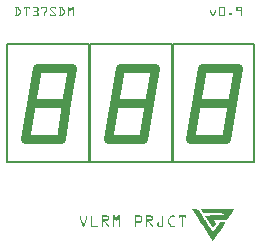
<source format=gto>
G04 Layer: TopSilkLayer*
G04 EasyEDA v6.3.53, 2020-07-19T22:27:28+02:00*
G04 3120cfb910ab4567be944433c0d318a6,a54f91b67bf74260adec70c9c35cfc8e,10*
G04 Gerber Generator version 0.2*
G04 Scale: 100 percent, Rotated: No, Reflected: No *
G04 Dimensions in millimeters *
G04 leading zeros omitted , absolute positions ,3 integer and 3 decimal *
%FSLAX33Y33*%
%MOMM*%
G90*
G71D02*

%ADD19C,0.799998*%
%ADD20C,0.200000*%

%LPD*%

%LPD*%
G36*
G01X19078Y5053D02*
G01X16282Y5053D01*
G01X16390Y4891D01*
G01X16496Y4728D01*
G01X17389Y4689D01*
G01X17539Y4681D01*
G01X17672Y4675D01*
G01X17791Y4669D01*
G01X17896Y4663D01*
G01X17988Y4657D01*
G01X18067Y4651D01*
G01X18134Y4645D01*
G01X18189Y4639D01*
G01X18235Y4633D01*
G01X18270Y4626D01*
G01X18296Y4619D01*
G01X18314Y4611D01*
G01X18324Y4603D01*
G01X18326Y4595D01*
G01X18322Y4585D01*
G01X18313Y4574D01*
G01X18302Y4571D01*
G01X18277Y4566D01*
G01X18239Y4562D01*
G01X18189Y4556D01*
G01X18128Y4550D01*
G01X18058Y4544D01*
G01X17978Y4537D01*
G01X17890Y4530D01*
G01X17796Y4523D01*
G01X17696Y4516D01*
G01X17591Y4510D01*
G01X17481Y4503D01*
G01X16677Y4455D01*
G01X17323Y3445D01*
G01X17439Y3580D01*
G01X17483Y3635D01*
G01X17516Y3686D01*
G01X17538Y3733D01*
G01X17550Y3778D01*
G01X17550Y3823D01*
G01X17541Y3871D01*
G01X17521Y3920D01*
G01X17492Y3975D01*
G01X17426Y4086D01*
G01X17920Y4087D01*
G01X18413Y4087D01*
G01X18488Y4130D01*
G01X18507Y4147D01*
G01X18536Y4178D01*
G01X18572Y4222D01*
G01X18614Y4276D01*
G01X18660Y4340D01*
G01X18710Y4409D01*
G01X18761Y4483D01*
G01X18813Y4560D01*
G01X18864Y4636D01*
G01X18913Y4711D01*
G01X18958Y4783D01*
G01X18998Y4848D01*
G01X19031Y4905D01*
G01X19057Y4953D01*
G01X19073Y4988D01*
G01X19078Y5010D01*
G01X19078Y5053D01*
G37*

%LPD*%
G36*
G01X15967Y5053D02*
G01X15579Y5053D01*
G01X15610Y4979D01*
G01X15615Y4971D01*
G01X15623Y4957D01*
G01X15634Y4937D01*
G01X15649Y4913D01*
G01X15667Y4884D01*
G01X15688Y4850D01*
G01X15711Y4812D01*
G01X15738Y4770D01*
G01X15768Y4723D01*
G01X15799Y4673D01*
G01X15833Y4620D01*
G01X15869Y4564D01*
G01X15908Y4504D01*
G01X15947Y4442D01*
G01X15989Y4377D01*
G01X16032Y4310D01*
G01X16076Y4241D01*
G01X16122Y4170D01*
G01X16168Y4098D01*
G01X16216Y4025D01*
G01X16264Y3950D01*
G01X16313Y3875D01*
G01X16411Y3722D01*
G01X16461Y3646D01*
G01X16560Y3494D01*
G01X16609Y3419D01*
G01X16657Y3344D01*
G01X16705Y3271D01*
G01X16752Y3199D01*
G01X16798Y3129D01*
G01X16843Y3060D01*
G01X16886Y2994D01*
G01X16929Y2930D01*
G01X16969Y2868D01*
G01X17008Y2809D01*
G01X17045Y2754D01*
G01X17079Y2701D01*
G01X17112Y2653D01*
G01X17142Y2607D01*
G01X17170Y2566D01*
G01X17195Y2529D01*
G01X17218Y2496D01*
G01X17236Y2468D01*
G01X17253Y2445D01*
G01X17265Y2427D01*
G01X17275Y2415D01*
G01X17356Y2310D01*
G01X17869Y3087D01*
G01X17921Y3167D01*
G01X17972Y3244D01*
G01X18021Y3320D01*
G01X18068Y3392D01*
G01X18113Y3461D01*
G01X18155Y3526D01*
G01X18195Y3587D01*
G01X18231Y3644D01*
G01X18264Y3696D01*
G01X18294Y3743D01*
G01X18320Y3784D01*
G01X18341Y3819D01*
G01X18358Y3848D01*
G01X18371Y3869D01*
G01X18379Y3883D01*
G01X18381Y3890D01*
G01X18364Y3900D01*
G01X18317Y3907D01*
G01X18248Y3913D01*
G01X18164Y3915D01*
G01X17947Y3915D01*
G01X17831Y3779D01*
G01X17804Y3746D01*
G01X17772Y3704D01*
G01X17736Y3656D01*
G01X17697Y3602D01*
G01X17656Y3545D01*
G01X17614Y3485D01*
G01X17574Y3426D01*
G01X17535Y3368D01*
G01X17354Y3093D01*
G01X17261Y3205D01*
G01X17250Y3220D01*
G01X17233Y3243D01*
G01X17213Y3272D01*
G01X17188Y3307D01*
G01X17160Y3348D01*
G01X17129Y3395D01*
G01X17094Y3447D01*
G01X17057Y3503D01*
G01X17018Y3563D01*
G01X16976Y3627D01*
G01X16932Y3694D01*
G01X16887Y3764D01*
G01X16841Y3836D01*
G01X16793Y3910D01*
G01X16745Y3985D01*
G01X16696Y4062D01*
G01X16648Y4138D01*
G01X16599Y4214D01*
G01X16550Y4288D01*
G01X16503Y4361D01*
G01X16456Y4431D01*
G01X16410Y4499D01*
G01X16367Y4563D01*
G01X16325Y4624D01*
G01X16285Y4681D01*
G01X16248Y4734D01*
G01X16214Y4781D01*
G01X16183Y4823D01*
G01X16155Y4860D01*
G01X16131Y4890D01*
G01X16111Y4914D01*
G01X16095Y4930D01*
G01X15967Y5053D01*
G37*

%LPD*%
G54D19*
G01X15919Y13968D02*
G01X18919Y13968D01*
G01X19420Y16968D01*
G01X16420Y16968D01*
G01X15420Y10968D01*
G01X18420Y10968D01*
G01X18919Y13968D01*
G54D20*
G01X13919Y18968D02*
G01X20819Y18968D01*
G01X20819Y8968D01*
G01X13919Y8968D01*
G01X13919Y18968D01*
G54D19*
G01X1919Y13968D02*
G01X4919Y13968D01*
G01X5420Y16968D01*
G01X2420Y16968D01*
G01X1420Y10968D01*
G01X4420Y10968D01*
G01X4919Y13968D01*
G54D20*
G01X-80Y18968D02*
G01X6819Y18968D01*
G01X6819Y8968D01*
G01X-80Y8968D01*
G01X-80Y18968D01*
G54D19*
G01X8919Y13968D02*
G01X11919Y13968D01*
G01X12420Y16968D01*
G01X9420Y16968D01*
G01X8420Y10968D01*
G01X11420Y10968D01*
G01X11919Y13968D01*
G54D20*
G01X6919Y18968D02*
G01X13819Y18968D01*
G01X13819Y8968D01*
G01X6919Y8968D01*
G01X6919Y18968D01*

%LPD*%
G36*
G01X5156Y22135D02*
G01X5026Y22135D01*
G01X5026Y21404D01*
G01X5029Y21374D01*
G01X5039Y21352D01*
G01X5055Y21340D01*
G01X5077Y21335D01*
G01X5099Y21340D01*
G01X5115Y21352D01*
G01X5124Y21374D01*
G01X5128Y21404D01*
G01X5128Y21993D01*
G01X5229Y21848D01*
G01X5229Y21838D01*
G01X5232Y21810D01*
G01X5242Y21789D01*
G01X5258Y21777D01*
G01X5280Y21772D01*
G01X5302Y21777D01*
G01X5318Y21789D01*
G01X5327Y21810D01*
G01X5331Y21838D01*
G01X5331Y21848D01*
G01X5433Y21993D01*
G01X5433Y21404D01*
G01X5436Y21374D01*
G01X5445Y21352D01*
G01X5461Y21340D01*
G01X5483Y21335D01*
G01X5505Y21340D01*
G01X5521Y21352D01*
G01X5531Y21374D01*
G01X5534Y21404D01*
G01X5534Y22135D01*
G01X5405Y22135D01*
G01X5280Y21955D01*
G01X5156Y22135D01*
G37*

%LPD*%
G36*
G01X4526Y22135D02*
G01X4348Y22135D01*
G01X4318Y22132D01*
G01X4296Y22123D01*
G01X4283Y22107D01*
G01X4279Y22085D01*
G01X4283Y22063D01*
G01X4296Y22046D01*
G01X4318Y22037D01*
G01X4348Y22034D01*
G01X4381Y22034D01*
G01X4381Y21437D01*
G01X4348Y21437D01*
G01X4318Y21434D01*
G01X4296Y21424D01*
G01X4283Y21408D01*
G01X4279Y21386D01*
G01X4283Y21364D01*
G01X4296Y21348D01*
G01X4318Y21339D01*
G01X4348Y21335D01*
G01X4516Y21335D01*
G01X4563Y21341D01*
G01X4604Y21357D01*
G01X4636Y21384D01*
G01X4660Y21422D01*
G01X4765Y21630D01*
G01X4775Y21655D01*
G01X4783Y21682D01*
G01X4788Y21710D01*
G01X4790Y21739D01*
G01X4788Y21765D01*
G01X4783Y21790D01*
G01X4775Y21815D01*
G01X4765Y21841D01*
G01X4663Y22046D01*
G01X4638Y22086D01*
G01X4607Y22113D01*
G01X4569Y22130D01*
G01X4526Y22135D01*
G37*

%LPC*%
G36*
G01X4516Y22034D02*
G01X4485Y22034D01*
G01X4485Y21437D01*
G01X4518Y21437D01*
G01X4535Y21439D01*
G01X4550Y21445D01*
G01X4562Y21456D01*
G01X4572Y21470D01*
G01X4673Y21676D01*
G01X4678Y21691D01*
G01X4682Y21706D01*
G01X4685Y21720D01*
G01X4686Y21734D01*
G01X4684Y21750D01*
G01X4681Y21767D01*
G01X4674Y21786D01*
G01X4665Y21805D01*
G01X4569Y22001D01*
G01X4560Y22015D01*
G01X4548Y22026D01*
G01X4533Y22032D01*
G01X4516Y22034D01*
G37*

%LPD*%
G36*
G01X3909Y22135D02*
G01X3665Y22135D01*
G01X3638Y22133D01*
G01X3614Y22127D01*
G01X3592Y22117D01*
G01X3573Y22102D01*
G01X3558Y22086D01*
G01X3546Y22066D01*
G01X3540Y22044D01*
G01X3538Y22018D01*
G01X3539Y21999D01*
G01X3544Y21980D01*
G01X3552Y21962D01*
G01X3563Y21945D01*
G01X3931Y21470D01*
G01X3937Y21463D01*
G01X3941Y21457D01*
G01X3943Y21453D01*
G01X3944Y21450D01*
G01X3943Y21444D01*
G01X3938Y21440D01*
G01X3931Y21438D01*
G01X3921Y21437D01*
G01X3672Y21437D01*
G01X3660Y21439D01*
G01X3650Y21444D01*
G01X3643Y21453D01*
G01X3639Y21465D01*
G01X3634Y21490D01*
G01X3625Y21507D01*
G01X3610Y21518D01*
G01X3591Y21521D01*
G01X3568Y21517D01*
G01X3551Y21506D01*
G01X3541Y21488D01*
G01X3538Y21462D01*
G01X3540Y21438D01*
G01X3548Y21415D01*
G01X3562Y21394D01*
G01X3581Y21373D01*
G01X3602Y21357D01*
G01X3625Y21345D01*
G01X3650Y21338D01*
G01X3677Y21335D01*
G01X3929Y21335D01*
G01X3952Y21338D01*
G01X3974Y21344D01*
G01X3994Y21354D01*
G01X4013Y21368D01*
G01X4027Y21386D01*
G01X4037Y21405D01*
G01X4043Y21427D01*
G01X4046Y21450D01*
G01X4044Y21469D01*
G01X4039Y21488D01*
G01X4030Y21507D01*
G01X4018Y21526D01*
G01X3649Y22001D01*
G01X3645Y22006D01*
G01X3642Y22010D01*
G01X3640Y22015D01*
G01X3639Y22018D01*
G01X3640Y22026D01*
G01X3645Y22030D01*
G01X3652Y22033D01*
G01X3662Y22034D01*
G01X3906Y22034D01*
G01X3921Y22032D01*
G01X3932Y22026D01*
G01X3940Y22017D01*
G01X3944Y22003D01*
G01X3949Y21978D01*
G01X3959Y21960D01*
G01X3975Y21949D01*
G01X3995Y21945D01*
G01X4017Y21949D01*
G01X4033Y21960D01*
G01X4042Y21978D01*
G01X4046Y22003D01*
G01X4043Y22028D01*
G01X4035Y22052D01*
G01X4021Y22074D01*
G01X4003Y22095D01*
G01X3981Y22112D01*
G01X3958Y22125D01*
G01X3934Y22133D01*
G01X3909Y22135D01*
G37*

%LPD*%
G36*
G01X3302Y22135D02*
G01X2847Y22135D01*
G01X2823Y22132D01*
G01X2807Y22121D01*
G01X2797Y22103D01*
G01X2794Y22077D01*
G01X2794Y22046D01*
G01X2797Y22021D01*
G01X2806Y22003D01*
G01X2822Y21992D01*
G01X2844Y21988D01*
G01X2864Y21991D01*
G01X2878Y22000D01*
G01X2889Y22014D01*
G01X2895Y22034D01*
G01X3200Y22034D01*
G01X3200Y21879D01*
G01X3198Y21864D01*
G01X3194Y21849D01*
G01X3187Y21837D01*
G01X3177Y21825D01*
G01X3014Y21686D01*
G01X3007Y21679D01*
G01X3003Y21670D01*
G01X3000Y21660D01*
G01X2999Y21648D01*
G01X2999Y21404D01*
G01X3002Y21374D01*
G01X3012Y21352D01*
G01X3028Y21340D01*
G01X3050Y21335D01*
G01X3072Y21340D01*
G01X3088Y21352D01*
G01X3097Y21374D01*
G01X3101Y21404D01*
G01X3101Y21599D01*
G01X3102Y21612D01*
G01X3105Y21622D01*
G01X3110Y21632D01*
G01X3119Y21640D01*
G01X3284Y21782D01*
G01X3291Y21791D01*
G01X3297Y21801D01*
G01X3300Y21813D01*
G01X3302Y21825D01*
G01X3302Y22135D01*
G37*

%LPD*%
G36*
G01X2453Y22135D02*
G01X2115Y22135D01*
G01X2086Y22132D01*
G01X2066Y22123D01*
G01X2053Y22107D01*
G01X2049Y22085D01*
G01X2053Y22063D01*
G01X2066Y22046D01*
G01X2086Y22037D01*
G01X2115Y22034D01*
G01X2451Y22034D01*
G01X2451Y21848D01*
G01X2447Y21821D01*
G01X2438Y21801D01*
G01X2422Y21789D01*
G01X2400Y21785D01*
G01X2219Y21785D01*
G01X2189Y21782D01*
G01X2168Y21772D01*
G01X2155Y21756D01*
G01X2151Y21734D01*
G01X2155Y21712D01*
G01X2168Y21696D01*
G01X2189Y21687D01*
G01X2219Y21683D01*
G01X2397Y21683D01*
G01X2422Y21680D01*
G01X2439Y21668D01*
G01X2450Y21649D01*
G01X2453Y21622D01*
G01X2453Y21437D01*
G01X2115Y21437D01*
G01X2086Y21434D01*
G01X2066Y21424D01*
G01X2053Y21408D01*
G01X2049Y21386D01*
G01X2053Y21364D01*
G01X2066Y21348D01*
G01X2086Y21339D01*
G01X2115Y21335D01*
G01X2453Y21335D01*
G01X2473Y21337D01*
G01X2493Y21343D01*
G01X2511Y21352D01*
G01X2527Y21366D01*
G01X2540Y21381D01*
G01X2550Y21398D01*
G01X2555Y21417D01*
G01X2557Y21437D01*
G01X2557Y21630D01*
G01X2555Y21659D01*
G01X2547Y21687D01*
G01X2534Y21712D01*
G01X2517Y21734D01*
G01X2533Y21754D01*
G01X2545Y21776D01*
G01X2552Y21799D01*
G01X2555Y21823D01*
G01X2555Y22046D01*
G01X2553Y22064D01*
G01X2547Y22080D01*
G01X2537Y22096D01*
G01X2524Y22110D01*
G01X2508Y22121D01*
G01X2491Y22129D01*
G01X2472Y22134D01*
G01X2453Y22135D01*
G37*

%LPD*%
G36*
G01X1813Y22135D02*
G01X1305Y22135D01*
G01X1305Y22013D01*
G01X1308Y21983D01*
G01X1318Y21962D01*
G01X1334Y21949D01*
G01X1356Y21945D01*
G01X1378Y21949D01*
G01X1394Y21962D01*
G01X1403Y21983D01*
G01X1407Y22013D01*
G01X1407Y22034D01*
G01X1508Y22034D01*
G01X1508Y21404D01*
G01X1511Y21374D01*
G01X1521Y21352D01*
G01X1537Y21340D01*
G01X1559Y21335D01*
G01X1581Y21339D01*
G01X1597Y21350D01*
G01X1606Y21368D01*
G01X1610Y21394D01*
G01X1610Y22034D01*
G01X1711Y22034D01*
G01X1711Y22013D01*
G01X1715Y21983D01*
G01X1725Y21962D01*
G01X1741Y21949D01*
G01X1765Y21945D01*
G01X1786Y21949D01*
G01X1801Y21960D01*
G01X1810Y21978D01*
G01X1813Y22003D01*
G01X1813Y22135D01*
G37*

%LPD*%
G36*
G01X805Y22135D02*
G01X629Y22135D01*
G01X599Y22132D01*
G01X578Y22123D01*
G01X565Y22107D01*
G01X561Y22085D01*
G01X565Y22063D01*
G01X578Y22046D01*
G01X599Y22037D01*
G01X629Y22034D01*
G01X662Y22034D01*
G01X662Y21437D01*
G01X629Y21437D01*
G01X599Y21434D01*
G01X578Y21424D01*
G01X565Y21408D01*
G01X561Y21386D01*
G01X565Y21364D01*
G01X578Y21348D01*
G01X599Y21339D01*
G01X629Y21335D01*
G01X795Y21335D01*
G01X842Y21341D01*
G01X882Y21357D01*
G01X915Y21384D01*
G01X939Y21422D01*
G01X1046Y21630D01*
G01X1056Y21655D01*
G01X1063Y21682D01*
G01X1067Y21710D01*
G01X1069Y21739D01*
G01X1067Y21765D01*
G01X1062Y21790D01*
G01X1054Y21815D01*
G01X1043Y21841D01*
G01X942Y22046D01*
G01X917Y22086D01*
G01X886Y22113D01*
G01X848Y22130D01*
G01X805Y22135D01*
G37*

%LPC*%
G36*
G01X797Y22034D02*
G01X764Y22034D01*
G01X764Y21437D01*
G01X800Y21437D01*
G01X816Y21439D01*
G01X831Y21445D01*
G01X843Y21456D01*
G01X853Y21470D01*
G01X952Y21676D01*
G01X959Y21691D01*
G01X963Y21706D01*
G01X966Y21720D01*
G01X967Y21734D01*
G01X966Y21750D01*
G01X962Y21767D01*
G01X956Y21786D01*
G01X947Y21805D01*
G01X850Y22001D01*
G01X840Y22015D01*
G01X828Y22026D01*
G01X813Y22032D01*
G01X797Y22034D01*
G37*

%LPD*%

%LPD*%
G36*
G01X15052Y4480D02*
G01X14414Y4480D01*
G01X14414Y4328D01*
G01X14418Y4291D01*
G01X14430Y4265D01*
G01X14451Y4249D01*
G01X14480Y4244D01*
G01X14506Y4249D01*
G01X14526Y4265D01*
G01X14537Y4291D01*
G01X14541Y4328D01*
G01X14541Y4353D01*
G01X14668Y4353D01*
G01X14668Y3566D01*
G01X14672Y3529D01*
G01X14684Y3503D01*
G01X14704Y3487D01*
G01X14732Y3482D01*
G01X14759Y3486D01*
G01X14779Y3499D01*
G01X14791Y3521D01*
G01X14795Y3551D01*
G01X14795Y4353D01*
G01X14922Y4353D01*
G01X14922Y4328D01*
G01X14926Y4291D01*
G01X14938Y4265D01*
G01X14959Y4249D01*
G01X14988Y4244D01*
G01X15015Y4248D01*
G01X15036Y4261D01*
G01X15047Y4283D01*
G01X15052Y4313D01*
G01X15052Y4480D01*
G37*

%LPD*%
G36*
G01X11140Y4480D02*
G01X10695Y4480D01*
G01X10695Y3548D01*
G01X10696Y3533D01*
G01X10700Y3521D01*
G01X10705Y3510D01*
G01X10713Y3500D01*
G01X10723Y3492D01*
G01X10734Y3486D01*
G01X10746Y3483D01*
G01X10759Y3482D01*
G01X10786Y3487D01*
G01X10807Y3503D01*
G01X10818Y3529D01*
G01X10822Y3566D01*
G01X10822Y3858D01*
G01X11122Y3858D01*
G01X11169Y3862D01*
G01X11211Y3872D01*
G01X11246Y3889D01*
G01X11277Y3914D01*
G01X11301Y3944D01*
G01X11319Y3980D01*
G01X11329Y4022D01*
G01X11333Y4069D01*
G01X11333Y4277D01*
G01X11329Y4320D01*
G01X11320Y4359D01*
G01X11303Y4394D01*
G01X11280Y4424D01*
G01X11251Y4449D01*
G01X11218Y4466D01*
G01X11181Y4477D01*
G01X11140Y4480D01*
G37*

%LPC*%
G36*
G01X11127Y4353D02*
G01X10822Y4353D01*
G01X10822Y3988D01*
G01X11132Y3988D01*
G01X11163Y3993D01*
G01X11186Y4008D01*
G01X11199Y4033D01*
G01X11203Y4069D01*
G01X11203Y4277D01*
G01X11198Y4310D01*
G01X11184Y4334D01*
G01X11160Y4348D01*
G01X11127Y4353D01*
G37*

%LPD*%
G36*
G01X14036Y4480D02*
G01X13820Y4480D01*
G01X13764Y4473D01*
G01X13716Y4453D01*
G01X13676Y4419D01*
G01X13644Y4371D01*
G01X13512Y4104D01*
G01X13500Y4075D01*
G01X13491Y4045D01*
G01X13486Y4013D01*
G01X13484Y3980D01*
G01X13486Y3946D01*
G01X13491Y3914D01*
G01X13500Y3884D01*
G01X13512Y3855D01*
G01X13644Y3589D01*
G01X13676Y3541D01*
G01X13714Y3506D01*
G01X13760Y3486D01*
G01X13812Y3480D01*
G01X14036Y3480D01*
G01X14073Y3484D01*
G01X14100Y3495D01*
G01X14116Y3515D01*
G01X14122Y3543D01*
G01X14116Y3570D01*
G01X14100Y3590D01*
G01X14073Y3602D01*
G01X14036Y3607D01*
G01X13830Y3607D01*
G01X13806Y3609D01*
G01X13786Y3617D01*
G01X13769Y3631D01*
G01X13756Y3650D01*
G01X13634Y3901D01*
G01X13625Y3920D01*
G01X13619Y3939D01*
G01X13615Y3958D01*
G01X13614Y3977D01*
G01X13615Y3999D01*
G01X13619Y4020D01*
G01X13625Y4040D01*
G01X13634Y4061D01*
G01X13759Y4313D01*
G01X13770Y4330D01*
G01X13785Y4343D01*
G01X13803Y4351D01*
G01X13825Y4353D01*
G01X14036Y4353D01*
G01X14073Y4357D01*
G01X14100Y4369D01*
G01X14116Y4389D01*
G01X14122Y4417D01*
G01X14116Y4444D01*
G01X14100Y4464D01*
G01X14073Y4476D01*
G01X14036Y4480D01*
G37*

%LPD*%
G36*
G01X13088Y4472D02*
G01X13060Y4478D01*
G01X13032Y4472D01*
G01X13012Y4456D01*
G01X13001Y4431D01*
G01X12997Y4394D01*
G01X12997Y3683D01*
G01X12992Y3649D01*
G01X12978Y3625D01*
G01X12955Y3611D01*
G01X12923Y3607D01*
G01X12819Y3607D01*
G01X12785Y3612D01*
G01X12761Y3627D01*
G01X12747Y3652D01*
G01X12743Y3688D01*
G01X12743Y3848D01*
G01X12739Y3884D01*
G01X12727Y3910D01*
G01X12708Y3926D01*
G01X12682Y3932D01*
G01X12653Y3926D01*
G01X12632Y3910D01*
G01X12620Y3884D01*
G01X12616Y3848D01*
G01X12616Y3667D01*
G01X12619Y3628D01*
G01X12630Y3593D01*
G01X12648Y3561D01*
G01X12674Y3533D01*
G01X12704Y3510D01*
G01X12738Y3493D01*
G01X12776Y3483D01*
G01X12819Y3480D01*
G01X12926Y3480D01*
G01X12968Y3483D01*
G01X13006Y3493D01*
G01X13040Y3511D01*
G01X13070Y3535D01*
G01X13094Y3565D01*
G01X13110Y3600D01*
G01X13120Y3639D01*
G01X13124Y3683D01*
G01X13124Y4394D01*
G01X13120Y4431D01*
G01X13108Y4456D01*
G01X13088Y4472D01*
G37*

%LPD*%
G36*
G01X12072Y4480D02*
G01X11625Y4480D01*
G01X11625Y3551D01*
G01X11629Y3519D01*
G01X11641Y3497D01*
G01X11662Y3484D01*
G01X11691Y3480D01*
G01X11719Y3485D01*
G01X11739Y3501D01*
G01X11751Y3528D01*
G01X11755Y3566D01*
G01X11755Y4023D01*
G01X11783Y4023D01*
G01X12133Y3523D01*
G01X12148Y3504D01*
G01X12164Y3490D01*
G01X12180Y3482D01*
G01X12197Y3480D01*
G01X12209Y3481D01*
G01X12220Y3484D01*
G01X12232Y3489D01*
G01X12242Y3497D01*
G01X12251Y3507D01*
G01X12258Y3518D01*
G01X12261Y3529D01*
G01X12263Y3540D01*
G01X12261Y3551D01*
G01X12256Y3564D01*
G01X12248Y3578D01*
G01X12237Y3594D01*
G01X11940Y4023D01*
G01X12062Y4023D01*
G01X12104Y4027D01*
G01X12143Y4037D01*
G01X12177Y4055D01*
G01X12207Y4079D01*
G01X12231Y4108D01*
G01X12248Y4142D01*
G01X12259Y4180D01*
G01X12263Y4221D01*
G01X12263Y4280D01*
G01X12259Y4320D01*
G01X12248Y4357D01*
G01X12231Y4391D01*
G01X12207Y4422D01*
G01X12178Y4447D01*
G01X12146Y4466D01*
G01X12111Y4477D01*
G01X12072Y4480D01*
G37*

%LPC*%
G36*
G01X12054Y4353D02*
G01X11755Y4353D01*
G01X11755Y4150D01*
G01X12054Y4150D01*
G01X12090Y4154D01*
G01X12115Y4168D01*
G01X12131Y4190D01*
G01X12136Y4221D01*
G01X12136Y4272D01*
G01X12131Y4308D01*
G01X12115Y4333D01*
G01X12090Y4348D01*
G01X12054Y4353D01*
G37*

%LPD*%
G36*
G01X8996Y4480D02*
G01X8834Y4480D01*
G01X8834Y3566D01*
G01X8838Y3528D01*
G01X8850Y3501D01*
G01X8871Y3485D01*
G01X8900Y3480D01*
G01X8927Y3485D01*
G01X8947Y3501D01*
G01X8959Y3528D01*
G01X8963Y3566D01*
G01X8963Y4302D01*
G01X9088Y4122D01*
G01X9088Y4109D01*
G01X9092Y4071D01*
G01X9104Y4044D01*
G01X9125Y4028D01*
G01X9154Y4023D01*
G01X9180Y4028D01*
G01X9199Y4044D01*
G01X9211Y4071D01*
G01X9215Y4109D01*
G01X9215Y4122D01*
G01X9344Y4302D01*
G01X9344Y3566D01*
G01X9348Y3528D01*
G01X9359Y3501D01*
G01X9378Y3485D01*
G01X9405Y3480D01*
G01X9434Y3485D01*
G01X9454Y3501D01*
G01X9467Y3528D01*
G01X9471Y3566D01*
G01X9471Y4480D01*
G01X9309Y4480D01*
G01X9154Y4254D01*
G01X8996Y4480D01*
G37*

%LPD*%
G36*
G01X8354Y4480D02*
G01X7907Y4480D01*
G01X7907Y3551D01*
G01X7911Y3519D01*
G01X7922Y3497D01*
G01X7942Y3484D01*
G01X7970Y3480D01*
G01X7997Y3485D01*
G01X8018Y3501D01*
G01X8029Y3528D01*
G01X8034Y3566D01*
G01X8034Y4023D01*
G01X8064Y4023D01*
G01X8412Y3523D01*
G01X8427Y3504D01*
G01X8443Y3490D01*
G01X8460Y3482D01*
G01X8478Y3480D01*
G01X8490Y3481D01*
G01X8502Y3484D01*
G01X8513Y3489D01*
G01X8524Y3497D01*
G01X8531Y3507D01*
G01X8537Y3518D01*
G01X8541Y3529D01*
G01X8542Y3540D01*
G01X8540Y3551D01*
G01X8536Y3564D01*
G01X8528Y3578D01*
G01X8519Y3594D01*
G01X8219Y4023D01*
G01X8341Y4023D01*
G01X8383Y4027D01*
G01X8422Y4037D01*
G01X8456Y4055D01*
G01X8486Y4079D01*
G01X8510Y4108D01*
G01X8527Y4142D01*
G01X8538Y4180D01*
G01X8542Y4221D01*
G01X8542Y4280D01*
G01X8538Y4320D01*
G01X8528Y4357D01*
G01X8512Y4391D01*
G01X8488Y4422D01*
G01X8459Y4447D01*
G01X8427Y4466D01*
G01X8391Y4477D01*
G01X8354Y4480D01*
G37*

%LPC*%
G36*
G01X8336Y4353D02*
G01X8034Y4353D01*
G01X8034Y4150D01*
G01X8336Y4150D01*
G01X8370Y4154D01*
G01X8395Y4168D01*
G01X8409Y4190D01*
G01X8415Y4221D01*
G01X8415Y4272D01*
G01X8409Y4308D01*
G01X8395Y4333D01*
G01X8370Y4348D01*
G01X8336Y4353D01*
G37*

%LPD*%
G36*
G01X7068Y4472D02*
G01X7040Y4478D01*
G01X7012Y4472D01*
G01X6993Y4456D01*
G01X6981Y4431D01*
G01X6977Y4394D01*
G01X6977Y3480D01*
G01X7523Y3480D01*
G01X7561Y3484D01*
G01X7587Y3495D01*
G01X7604Y3515D01*
G01X7609Y3543D01*
G01X7604Y3570D01*
G01X7587Y3590D01*
G01X7561Y3602D01*
G01X7523Y3607D01*
G01X7104Y3607D01*
G01X7104Y4394D01*
G01X7100Y4431D01*
G01X7088Y4456D01*
G01X7068Y4472D01*
G37*

%LPD*%
G36*
G01X6136Y4475D02*
G01X6108Y4480D01*
G01X6080Y4475D01*
G01X6060Y4458D01*
G01X6049Y4432D01*
G01X6045Y4394D01*
G01X6045Y4203D01*
G01X6047Y4189D01*
G01X6049Y4178D01*
G01X6052Y4168D01*
G01X6052Y4165D01*
G01X6053Y4162D01*
G01X6055Y4159D01*
G01X6057Y4155D01*
G01X6304Y3523D01*
G01X6313Y3504D01*
G01X6327Y3490D01*
G01X6344Y3482D01*
G01X6365Y3480D01*
G01X6385Y3482D01*
G01X6401Y3490D01*
G01X6414Y3504D01*
G01X6423Y3523D01*
G01X6670Y4155D01*
G01X6674Y4170D01*
G01X6677Y4186D01*
G01X6679Y4202D01*
G01X6680Y4219D01*
G01X6680Y4396D01*
G01X6676Y4433D01*
G01X6664Y4459D01*
G01X6645Y4475D01*
G01X6619Y4480D01*
G01X6590Y4475D01*
G01X6569Y4459D01*
G01X6557Y4433D01*
G01X6553Y4396D01*
G01X6553Y4211D01*
G01X6362Y3721D01*
G01X6172Y4211D01*
G01X6172Y4394D01*
G01X6168Y4432D01*
G01X6156Y4458D01*
G01X6136Y4475D01*
G37*

%LPD*%

%LPD*%
G36*
G01X18863Y21653D02*
G01X18766Y21653D01*
G01X18755Y21652D01*
G01X18745Y21649D01*
G01X18736Y21645D01*
G01X18721Y21630D01*
G01X18716Y21621D01*
G01X18713Y21611D01*
G01X18713Y21516D01*
G01X18716Y21494D01*
G01X18725Y21477D01*
G01X18741Y21468D01*
G01X18763Y21465D01*
G01X18863Y21465D01*
G01X18885Y21468D01*
G01X18902Y21478D01*
G01X18912Y21495D01*
G01X18916Y21518D01*
G01X18916Y21599D01*
G01X18912Y21623D01*
G01X18902Y21640D01*
G01X18885Y21650D01*
G01X18863Y21653D01*
G37*

%LPD*%
G36*
G01X19770Y22135D02*
G01X19358Y22135D01*
G01X19334Y22132D01*
G01X19318Y22122D01*
G01X19308Y22105D01*
G01X19305Y22082D01*
G01X19305Y21825D01*
G01X19307Y21801D01*
G01X19316Y21784D01*
G01X19331Y21773D01*
G01X19353Y21770D01*
G01X19711Y21770D01*
G01X19711Y21437D01*
G01X19688Y21432D01*
G01X19671Y21422D01*
G01X19661Y21406D01*
G01X19658Y21386D01*
G01X19658Y21376D01*
G01X19661Y21367D01*
G01X19666Y21359D01*
G01X19673Y21350D01*
G01X19680Y21344D01*
G01X19690Y21339D01*
G01X19700Y21336D01*
G01X19711Y21335D01*
G01X19764Y21335D01*
G01X19774Y21336D01*
G01X19783Y21339D01*
G01X19790Y21344D01*
G01X19797Y21350D01*
G01X19804Y21358D01*
G01X19808Y21365D01*
G01X19812Y21374D01*
G01X19813Y21383D01*
G01X19813Y22082D01*
G01X19812Y22093D01*
G01X19808Y22103D01*
G01X19804Y22112D01*
G01X19797Y22120D01*
G01X19789Y22127D01*
G01X19780Y22132D01*
G01X19770Y22135D01*
G37*

%LPC*%
G36*
G01X19711Y22034D02*
G01X19406Y22034D01*
G01X19406Y21871D01*
G01X19711Y21871D01*
G01X19711Y22034D01*
G37*

%LPD*%
G36*
G01X18222Y22135D02*
G01X17918Y22135D01*
G01X17898Y22134D01*
G01X17880Y22128D01*
G01X17862Y22119D01*
G01X17847Y22105D01*
G01X17833Y22090D01*
G01X17823Y22073D01*
G01X17818Y22055D01*
G01X17816Y22034D01*
G01X17816Y21437D01*
G01X17818Y21418D01*
G01X17823Y21399D01*
G01X17831Y21382D01*
G01X17844Y21366D01*
G01X17859Y21352D01*
G01X17876Y21343D01*
G01X17894Y21337D01*
G01X17913Y21335D01*
G01X18222Y21335D01*
G01X18242Y21337D01*
G01X18261Y21342D01*
G01X18277Y21351D01*
G01X18294Y21363D01*
G01X18307Y21379D01*
G01X18316Y21395D01*
G01X18322Y21412D01*
G01X18324Y21429D01*
G01X18324Y22029D01*
G01X18322Y22051D01*
G01X18316Y22071D01*
G01X18307Y22089D01*
G01X18294Y22105D01*
G01X18278Y22119D01*
G01X18262Y22128D01*
G01X18243Y22134D01*
G01X18222Y22135D01*
G37*

%LPC*%
G36*
G01X18222Y22034D02*
G01X17918Y22034D01*
G01X17918Y21437D01*
G01X18222Y21437D01*
G01X18222Y22034D01*
G37*

%LPD*%
G36*
G01X17146Y21888D02*
G01X17133Y21889D01*
G01X17111Y21885D01*
G01X17096Y21872D01*
G01X17087Y21849D01*
G01X17085Y21818D01*
G01X17085Y21749D01*
G01X17086Y21745D01*
G01X17089Y21737D01*
G01X17094Y21725D01*
G01X17102Y21709D01*
G01X17247Y21386D01*
G01X17259Y21364D01*
G01X17272Y21348D01*
G01X17285Y21339D01*
G01X17300Y21335D01*
G01X17351Y21335D01*
G01X17366Y21339D01*
G01X17380Y21348D01*
G01X17392Y21364D01*
G01X17405Y21386D01*
G01X17549Y21709D01*
G01X17557Y21727D01*
G01X17563Y21743D01*
G01X17566Y21754D01*
G01X17567Y21762D01*
G01X17567Y21818D01*
G01X17564Y21849D01*
G01X17555Y21871D01*
G01X17540Y21885D01*
G01X17519Y21889D01*
G01X17508Y21888D01*
G01X17497Y21885D01*
G01X17487Y21879D01*
G01X17478Y21871D01*
G01X17475Y21863D01*
G01X17472Y21849D01*
G01X17471Y21831D01*
G01X17471Y21767D01*
G01X17326Y21439D01*
G01X17181Y21767D01*
G01X17181Y21830D01*
G01X17180Y21847D01*
G01X17178Y21859D01*
G01X17176Y21866D01*
G01X17167Y21876D01*
G01X17157Y21883D01*
G01X17146Y21888D01*
G37*

%LPD*%
M00*
M02*

</source>
